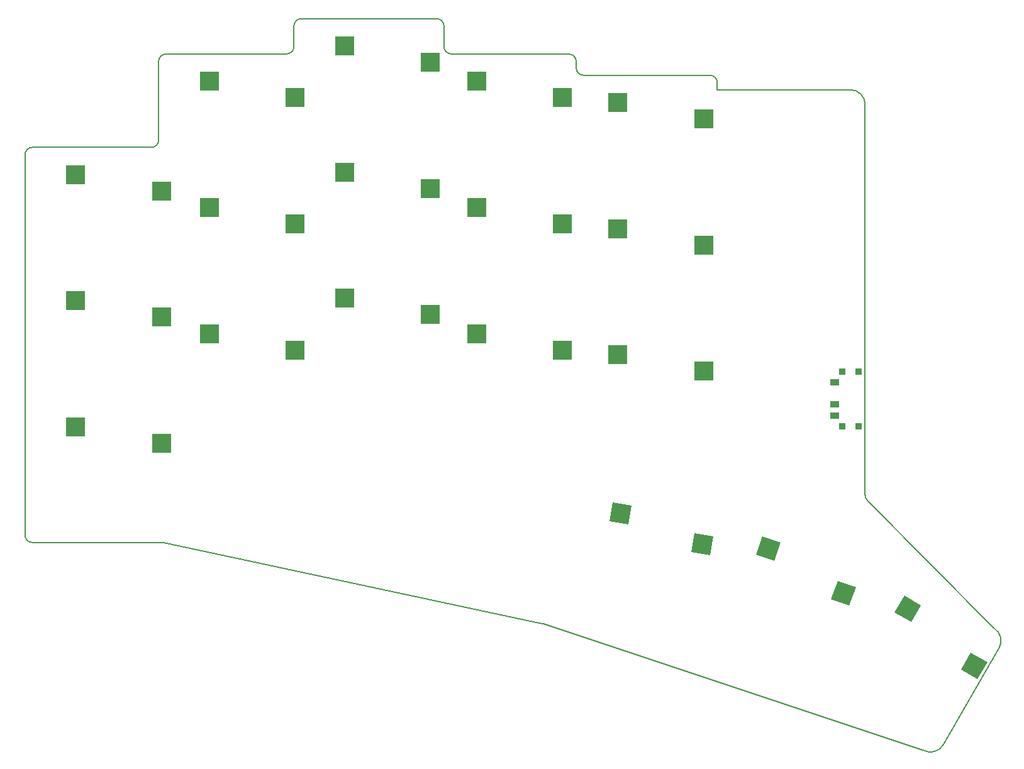
<source format=gbr>
G04 #@! TF.GenerationSoftware,KiCad,Pcbnew,5.1.5+dfsg1-2build2*
G04 #@! TF.CreationDate,2022-10-01T08:21:12+00:00*
G04 #@! TF.ProjectId,board,626f6172-642e-46b6-9963-61645f706362,v1.0.0*
G04 #@! TF.SameCoordinates,Original*
G04 #@! TF.FileFunction,Paste,Bot*
G04 #@! TF.FilePolarity,Positive*
%FSLAX46Y46*%
G04 Gerber Fmt 4.6, Leading zero omitted, Abs format (unit mm)*
G04 Created by KiCad (PCBNEW 5.1.5+dfsg1-2build2) date 2022-10-01 08:21:12*
%MOMM*%
%LPD*%
G04 APERTURE LIST*
G04 #@! TA.AperFunction,Profile*
%ADD10C,0.150000*%
G04 #@! TD*
%ADD11R,2.600000X2.600000*%
%ADD12C,0.350000*%
%ADD13R,1.250000X0.900000*%
%ADD14R,0.900000X0.900000*%
G04 APERTURE END LIST*
D10*
X58900000Y40400000D02*
X76362107Y40400000D01*
X57900000Y41400000D02*
X57900000Y92600000D01*
X58900000Y93600000D02*
X74900000Y93600000D01*
X76900000Y106173000D02*
X93100000Y106173000D01*
X75900000Y94600000D02*
X75900000Y105173000D01*
X95100000Y110935500D02*
X113300000Y110935500D01*
X114300000Y109935500D02*
X114300000Y107173000D01*
X94100000Y107173000D02*
X94100000Y109935500D01*
X115300000Y106173000D02*
X131100000Y106173000D01*
X132100000Y105173000D02*
X132100000Y104315500D01*
X151100000Y101365500D02*
X151100000Y102315500D01*
X133100000Y103315500D02*
X150100000Y103315500D01*
X181522028Y13173828D02*
G75*
G02X178789978Y12441778I-1732050J1000000D01*
G01*
X181522029Y13173828D02*
X189022029Y26164210D01*
X188374085Y28844898D02*
G75*
G02X189022029Y26164210I-1084107J-1680688D01*
G01*
X150100000Y103315500D02*
G75*
G02X151100000Y102315500I0J-1000000D01*
G01*
X133100000Y103315500D02*
G75*
G02X132100000Y104315500I0J1000000D01*
G01*
X131100000Y106173000D02*
G75*
G02X132100000Y105173000I0J-1000000D01*
G01*
X115300000Y106173000D02*
G75*
G02X114300000Y107173000I0J1000000D01*
G01*
X113300000Y110935500D02*
G75*
G02X114300000Y109935500I0J-1000000D01*
G01*
X94100000Y109935500D02*
G75*
G02X95100000Y110935500I1000000J0D01*
G01*
X94100000Y107173000D02*
G75*
G02X93100000Y106173000I-1000000J0D01*
G01*
X75900000Y105173000D02*
G75*
G02X76900000Y106173000I1000000J0D01*
G01*
X75900000Y94600000D02*
G75*
G02X74900000Y93600000I-1000000J0D01*
G01*
X57900000Y92600000D02*
G75*
G02X58900000Y93600000I1000000J0D01*
G01*
X58900000Y40400000D02*
G75*
G02X57900000Y41400000I0J1000000D01*
G01*
X171288969Y46087542D02*
X188205108Y28982080D01*
X178789978Y12441778D02*
X127662129Y29450048D01*
X127555520Y29479080D02*
X76571152Y40377906D01*
X171000000Y46790703D02*
X171000000Y99365500D01*
X169000000Y101365500D02*
G75*
G02X171000000Y99365500I0J-2000000D01*
G01*
X169000000Y101365500D02*
X151100000Y101365500D01*
X76362107Y40400000D02*
G75*
G02X76571152Y40377906I0J-1000000D01*
G01*
X127555520Y29479080D02*
G75*
G02X127662129Y29450048I-209045J-977906D01*
G01*
X188374085Y28844897D02*
G75*
G02X188205108Y28982080I542053J840344D01*
G01*
X171288969Y46087542D02*
G75*
G02X171000000Y46790703I711031J703161D01*
G01*
D11*
G04 #@! TO.C,S1*
X64725000Y55950000D03*
X76275000Y53750000D03*
G04 #@! TD*
G04 #@! TO.C,S3*
X64725000Y72950000D03*
X76275000Y70750000D03*
G04 #@! TD*
G04 #@! TO.C,S5*
X64725000Y89950000D03*
X76275000Y87750000D03*
G04 #@! TD*
G04 #@! TO.C,S7*
X82725000Y68523000D03*
X94275000Y66323000D03*
G04 #@! TD*
G04 #@! TO.C,S9*
X82725000Y85523000D03*
X94275000Y83323000D03*
G04 #@! TD*
G04 #@! TO.C,S11*
X82725000Y102523000D03*
X94275000Y100323000D03*
G04 #@! TD*
G04 #@! TO.C,S13*
X100925000Y73285500D03*
X112475000Y71085500D03*
G04 #@! TD*
G04 #@! TO.C,S15*
X100925000Y90285500D03*
X112475000Y88085500D03*
G04 #@! TD*
G04 #@! TO.C,S17*
X100925000Y107286000D03*
X112475000Y105086000D03*
G04 #@! TD*
G04 #@! TO.C,S19*
X118725000Y68523000D03*
X130275000Y66323000D03*
G04 #@! TD*
G04 #@! TO.C,S21*
X118725000Y85523000D03*
X130275000Y83323000D03*
G04 #@! TD*
G04 #@! TO.C,S23*
X118725000Y102523000D03*
X130275000Y100323000D03*
G04 #@! TD*
G04 #@! TO.C,S25*
X137725000Y65665500D03*
X149275000Y63465500D03*
G04 #@! TD*
G04 #@! TO.C,S27*
X137725000Y82665500D03*
X149275000Y80465500D03*
G04 #@! TD*
G04 #@! TO.C,S29*
X137725000Y99665500D03*
X149275000Y97465500D03*
G04 #@! TD*
D12*
G04 #@! TO.C,S31*
G36*
X136567968Y43271697D02*
G01*
X137019454Y45832197D01*
X139579954Y45380711D01*
X139128468Y42820211D01*
X136567968Y43271697D01*
G37*
G36*
X147560472Y39099483D02*
G01*
X148011958Y41659983D01*
X150572458Y41208497D01*
X150120972Y38647997D01*
X147560472Y39099483D01*
G37*
G04 #@! TD*
G04 #@! TO.C,S33*
G36*
X156308300Y38807713D02*
G01*
X157197553Y41250914D01*
X159640754Y40361661D01*
X158751501Y37918460D01*
X156308300Y38807713D01*
G37*
G36*
X166409305Y32790057D02*
G01*
X167298558Y35233258D01*
X169741759Y34344005D01*
X168852506Y31900804D01*
X166409305Y32790057D01*
G37*
G04 #@! TD*
G04 #@! TO.C,S35*
G36*
X174974934Y30983518D02*
G01*
X176274934Y33235184D01*
X178526600Y31935184D01*
X177226600Y29683518D01*
X174974934Y30983518D01*
G37*
G36*
X183877527Y23303262D02*
G01*
X185177527Y25554928D01*
X187429193Y24254928D01*
X186129193Y22003262D01*
X183877527Y23303262D01*
G37*
G04 #@! TD*
D13*
G04 #@! TO.C,T2*
X166925000Y61965500D03*
X166925000Y58965500D03*
X166925000Y57465500D03*
D14*
X170100000Y56015500D03*
X167900000Y56015500D03*
X167900000Y63415500D03*
X170100000Y63415500D03*
G04 #@! TD*
M02*

</source>
